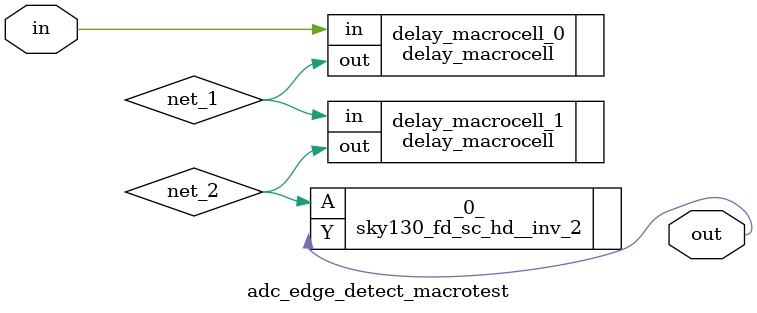
<source format=v>
/* Generated by Yosys 0.12+45 (git sha1 cfe940a98, gcc 9.2.1 -fPIC -Os) */

module adc_edge_detect_macrotest(in, out);
  input in;
  wire net_1;
  wire net_2;
  output out;
  sky130_fd_sc_hd__inv_2 _0_ (
    .A(net_2),
    .Y(out)
  );
  delay_macrocell delay_macrocell_0 (
    .in(in),
    .out(net_1)
  );
  delay_macrocell delay_macrocell_1 (
    .in(net_1),
    .out(net_2)
  );
endmodule

</source>
